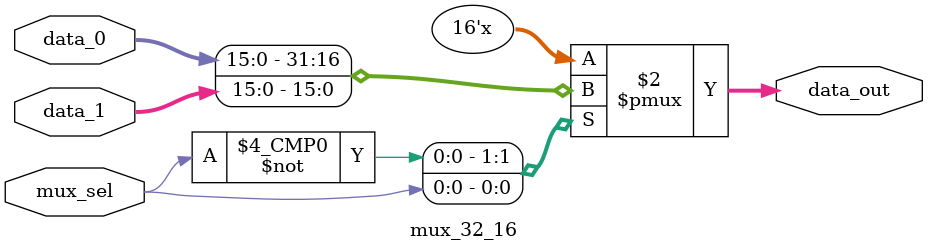
<source format=sv>
module mux_32_16(	

input logic [15:0]data_0,
input logic [15:0]data_1,
input logic mux_sel,

output logic [15:0]data_out
);


always_comb
	case(mux_sel)
	0: data_out = data_0;
	1: data_out = data_1;
	endcase

endmodule 
</source>
